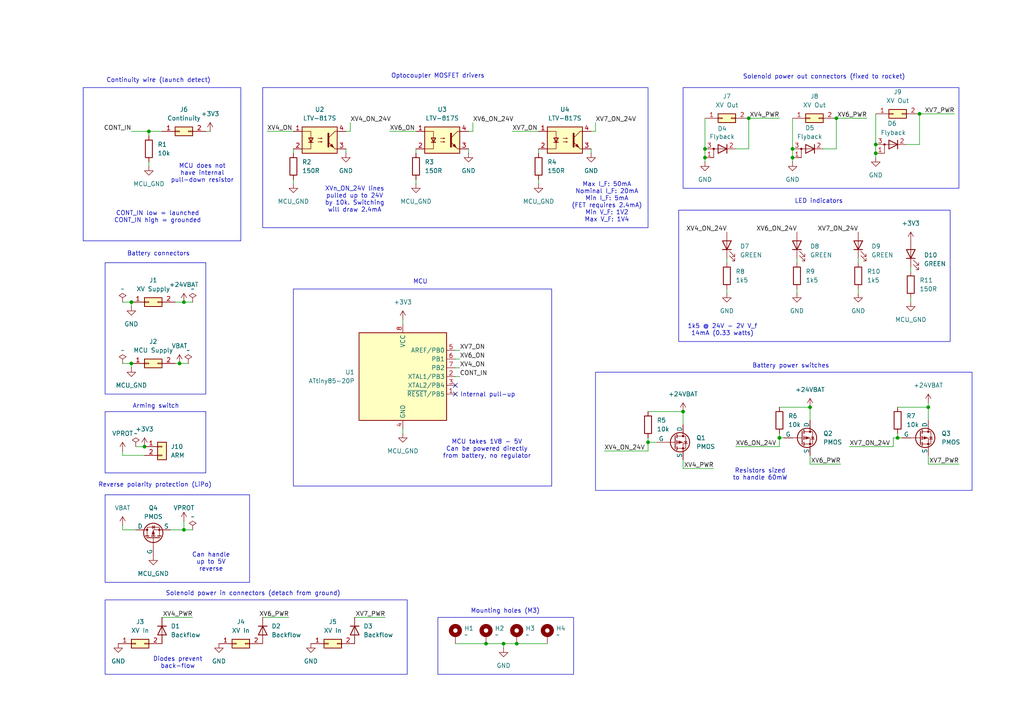
<source format=kicad_sch>
(kicad_sch (version 20231120) (generator "eeschema") (generator_version "8.0")
  (paper "A4")
  (title_block (title "Hybrid Valve Board") (date "2025-06-13") (rev "A") (company "Carleton University InSpace") (comment 1 "Matteo Golin"))
  (lib_symbols
    (symbol "Connector_Generic:Conn_01x02" (pin_names (offset 1.016) hide)
      (property "Reference" "J" (at 0 2.54 0))
      (property "Value" "Conn_01x02" (at 0 -5.08 0))
      (symbol "Conn_01x02_1_1"
        (rectangle (start -1.27 -2.413) (end 0 -2.667) (stroke (width 0.1524)))
        (rectangle (start -1.27 0.127) (end 0 -0.127) (stroke (width 0.1524)))
        (rectangle (start -1.27 1.27) (end 1.27 -3.81) (stroke (width 0.254)) (fill (type background)))
        (pin passive line (at -5.08 0 0) (length 3.81) (name "Pin_1") (number "1"))
        (pin passive line (at -5.08 -2.54 0) (length 3.81) (name "Pin_2") (number "2"))
      )
    )
    (symbol "Connector_Generic:Conn_02x01" (pin_names (offset 1.016) hide)
      (property "Reference" "J" (at 1.27 2.54 0))
      (property "Value" "Conn_02x01" (at 1.27 -2.54 0))
      (symbol "Conn_02x01_1_1"
        (rectangle (start -1.27 0.127) (end 0 -0.127) (stroke (width 0.1524)))
        (rectangle (start -1.27 1.27) (end 3.81 -1.27) (stroke (width 0.254)) (fill (type background)))
        (rectangle (start 3.81 0.127) (end 2.54 -0.127) (stroke (width 0.1524)))
        (pin passive line (at -5.08 0 0) (length 3.81) (name "Pin_1") (number "1"))
        (pin passive line (at 7.62 0 180) (length 3.81) (name "Pin_2") (number "2"))
      )
    )
    (symbol "D_KAA_1" (pin_names (offset 0) hide)
      (property "Reference" "D4" (at -1.016 -4.826 90))
      (property "Value" "Flyback" (at 1.27 -9.144 90))
      (symbol "D_KAA_1_0_1"
        (polyline (pts (xy -1.27 1.27) (xy -1.27 -1.27)) (stroke (width 0.254)))
        (polyline (pts (xy 1.27 1.27) (xy 1.27 -1.27) (xy -1.27 0) (xy 1.27 1.27)) (stroke (width 0.254)))
        (polyline (pts (xy 3.81 2.54) (xy 2.54 2.54) (xy 2.54 0) (xy -1.27 0)))
        (circle (center 2.54 0) (radius 0.254) (fill (type outline)))
      )
      (symbol "D_KAA_1_1_1"
        (pin passive line (at 5.08 2.54 180) (length 2.54) (name "A") (number "1"))
        (pin passive line (at -3.81 0 0) (length 2.54) (name "K") (number "2"))
        (pin passive line (at 5.08 0 180) (length 2.54) (name "A") (number "3"))
      )
    )
    (symbol "Device:D" (pin_numbers hide) (pin_names (offset 1.016) hide)
      (property "Reference" "D" (at 0 2.54 0))
      (property "Value" "D" (at 0 -2.54 0))
      (symbol "D_0_1"
        (polyline (pts (xy -1.27 1.27) (xy -1.27 -1.27)) (stroke (width 0.254)))
        (polyline (pts (xy 1.27 0) (xy -1.27 0)))
        (polyline (pts (xy 1.27 1.27) (xy 1.27 -1.27) (xy -1.27 0) (xy 1.27 1.27)) (stroke (width 0.254)))
      )
      (symbol "D_1_1"
        (pin passive line (at -3.81 0 0) (length 2.54) (name "K") (number "1"))
        (pin passive line (at 3.81 0 180) (length 2.54) (name "A") (number "2"))
      )
    )
    (symbol "Device:LED" (pin_numbers hide) (pin_names (offset 1.016) hide)
      (property "Reference" "D" (at 0 2.54 0))
      (property "Value" "LED" (at 0 -2.54 0))
      (symbol "LED_0_1"
        (polyline (pts (xy -1.27 -1.27) (xy -1.27 1.27)) (stroke (width 0.254)))
        (polyline (pts (xy -1.27 0) (xy 1.27 0)))
        (polyline (pts (xy 1.27 -1.27) (xy 1.27 1.27) (xy -1.27 0) (xy 1.27 -1.27)) (stroke (width 0.254)))
        (polyline (pts (xy -3.048 -0.762) (xy -4.572 -2.286) (xy -3.81 -2.286) (xy -4.572 -2.286) (xy -4.572 -1.524)))
        (polyline (pts (xy -1.778 -0.762) (xy -3.302 -2.286) (xy -2.54 -2.286) (xy -3.302 -2.286) (xy -3.302 -1.524)))
      )
      (symbol "LED_1_1"
        (pin passive line (at -3.81 0 0) (length 2.54) (name "K") (number "1"))
        (pin passive line (at 3.81 0 180) (length 2.54) (name "A") (number "2"))
      )
    )
    (symbol "Device:R" (pin_numbers hide) (pin_names (offset 0))
      (property "Reference" "R" (at 2.032 0 90))
      (property "Value" "R" (at 0 0 90))
      (symbol "R_0_1"
        (rectangle (start -1.016 -2.54) (end 1.016 2.54) (stroke (width 0.254)))
      )
      (symbol "R_1_1"
        (pin passive line (at 0 3.81 270) (length 1.27) (name "~") (number "1"))
        (pin passive line (at 0 -3.81 90) (length 1.27) (name "~") (number "2"))
      )
    )
    (symbol "Isolator:LTV-817S" (pin_names (offset 1.016))
      (property "Reference" "U" (at -3.81 5.08 0))
      (property "Value" "LTV-817S" (at 0 -5.08 0))
      (symbol "LTV-817S_1_1"
        (rectangle (start -5.08 3.81) (end 5.08 -3.81) (stroke (width 0.254)) (fill (type background)))
        (polyline (pts (xy -3.175 -0.635) (xy -1.905 -0.635)) (stroke (width 0.254)))
        (polyline (pts (xy 2.54 0.635) (xy 4.445 2.54)))
        (polyline (pts (xy 4.445 -2.54) (xy 2.54 -0.635)) (fill (type outline)))
        (polyline (pts (xy 4.445 -2.54) (xy 5.08 -2.54)))
        (polyline (pts (xy 4.445 2.54) (xy 5.08 2.54)))
        (polyline (pts (xy -5.08 2.54) (xy -2.54 2.54) (xy -2.54 -0.762)))
        (polyline (pts (xy -2.54 -0.635) (xy -2.54 -2.54) (xy -5.08 -2.54)))
        (polyline (pts (xy 2.54 1.905) (xy 2.54 -1.905) (xy 2.54 -1.905)) (stroke (width 0.508)))
        (polyline (pts (xy -2.54 -0.635) (xy -3.175 0.635) (xy -1.905 0.635) (xy -2.54 -0.635)) (stroke (width 0.254)))
        (polyline (pts (xy -0.508 -0.508) (xy 0.762 -0.508) (xy 0.381 -0.635) (xy 0.381 -0.381) (xy 0.762 -0.508)))
        (polyline (pts (xy -0.508 0.508) (xy 0.762 0.508) (xy 0.381 0.381) (xy 0.381 0.635) (xy 0.762 0.508)))
        (polyline (pts (xy 3.048 -1.651) (xy 3.556 -1.143) (xy 4.064 -2.159) (xy 3.048 -1.651) (xy 3.048 -1.651)) (fill (type outline)))
        (pin passive line (at -7.62 2.54 0) (length 2.54) (name "~") (number "1"))
        (pin passive line (at -7.62 -2.54 0) (length 2.54) (name "~") (number "2"))
        (pin passive line (at 7.62 -2.54 180) (length 2.54) (name "~") (number "3"))
        (pin passive line (at 7.62 2.54 180) (length 2.54) (name "~") (number "4"))
      )
    )
    (symbol "MCU_Microchip_ATtiny:ATtiny85-20P"
      (property "Reference" "U" (at -12.7 13.97 0))
      (property "Value" "ATtiny85-20P" (at 2.54 -13.97 0))
      (symbol "ATtiny85-20P_0_1"
        (rectangle (start -12.7 -12.7) (end 12.7 12.7) (stroke (width 0.254)) (fill (type background)))
      )
      (symbol "ATtiny85-20P_1_1"
        (pin bidirectional line (at 15.24 -5.08 180) (length 2.54) (name "~{RESET}/PB5") (number "1"))
        (pin bidirectional line (at 15.24 0 180) (length 2.54) (name "XTAL1/PB3") (number "2"))
        (pin bidirectional line (at 15.24 -2.54 180) (length 2.54) (name "XTAL2/PB4") (number "3"))
        (pin power_in line (at 0 -15.24 90) (length 2.54) (name "GND") (number "4"))
        (pin bidirectional line (at 15.24 7.62 180) (length 2.54) (name "AREF/PB0") (number "5"))
        (pin bidirectional line (at 15.24 5.08 180) (length 2.54) (name "PB1") (number "6"))
        (pin bidirectional line (at 15.24 2.54 180) (length 2.54) (name "PB2") (number "7"))
        (pin power_in line (at 0 15.24 270) (length 2.54) (name "VCC") (number "8"))
      )
    )
    (symbol "Mechanical:MountingHole_Pad" (pin_numbers hide) (pin_names (offset 1.016) hide) (exclude_from_sim yes) (in_bom no)
      (property "Reference" "H" (at 0 6.35 0))
      (property "Value" "MountingHole_Pad" (at 0 4.445 0))
      (symbol "MountingHole_Pad_0_1"
        (circle (center 0 1.27) (radius 1.27) (stroke (width 1.27)))
      )
      (symbol "MountingHole_Pad_1_1"
        (pin input line (at 0 -2.54 90) (length 2.54) (name "1") (number "1"))
      )
    )
    (symbol "PMOS_2" (pin_numbers hide) (pin_names (offset 0))
      (property "Reference" "Q3" (at 6.35 1.2701 0))
      (property "Value" "PMOS" (at 6.35 -1.2699 0))
      (symbol "PMOS_2_0_1"
        (polyline (pts (xy 0.254 0) (xy -2.54 0)))
        (polyline (pts (xy 0.254 1.905) (xy 0.254 -1.905)) (stroke (width 0.254)))
        (polyline (pts (xy 0.762 -1.27) (xy 0.762 -2.286)) (stroke (width 0.254)))
        (polyline (pts (xy 0.762 0.508) (xy 0.762 -0.508)) (stroke (width 0.254)))
        (polyline (pts (xy 0.762 2.286) (xy 0.762 1.27)) (stroke (width 0.254)))
        (polyline (pts (xy 2.54 2.54) (xy 2.54 1.778)))
        (polyline (pts (xy 2.54 -2.54) (xy 2.54 0) (xy 0.762 0)))
        (polyline (pts (xy 0.762 1.778) (xy 3.302 1.778) (xy 3.302 -1.778) (xy 0.762 -1.778)))
        (polyline (pts (xy 2.286 0) (xy 1.27 0.381) (xy 1.27 -0.381) (xy 2.286 0)) (fill (type outline)))
        (polyline (pts (xy 2.794 -0.508) (xy 2.921 -0.381) (xy 3.683 -0.381) (xy 3.81 -0.254)))
        (polyline (pts (xy 3.302 -0.381) (xy 2.921 0.254) (xy 3.683 0.254) (xy 3.302 -0.381)))
        (circle (center 1.651 0) (radius 2.794) (stroke (width 0.254)))
        (circle (center 2.54 -1.778) (radius 0.254) (fill (type outline)))
        (circle (center 2.54 1.778) (radius 0.254) (fill (type outline)))
      )
      (symbol "PMOS_2_1_1"
        (pin input line (at -5.08 0 0) (length 2.54) (name "G") (number "1"))
        (pin passive line (at 2.54 5.08 270) (length 2.54) (name "D") (number "2"))
        (pin passive line (at 2.54 -5.08 90) (length 2.54) (name "S") (number "3"))
      )
    )
    (symbol "Simulation_SPICE:PMOS" (pin_numbers hide) (pin_names (offset 0))
      (property "Reference" "Q4" (at 8.89 0 90))
      (property "Value" "PMOS" (at 6.35 0 90))
      (symbol "PMOS_0_1"
        (polyline (pts (xy 0.254 0) (xy -2.54 0)))
        (polyline (pts (xy 0.254 1.905) (xy 0.254 -1.905)) (stroke (width 0.254)))
        (polyline (pts (xy 0.762 -1.27) (xy 0.762 -2.286)) (stroke (width 0.254)))
        (polyline (pts (xy 0.762 0.508) (xy 0.762 -0.508)) (stroke (width 0.254)))
        (polyline (pts (xy 0.762 2.286) (xy 0.762 1.27)) (stroke (width 0.254)))
        (polyline (pts (xy 2.54 2.54) (xy 2.54 1.778)))
        (polyline (pts (xy 2.54 -2.54) (xy 2.54 0) (xy 0.762 0)))
        (polyline (pts (xy 0.762 1.778) (xy 3.302 1.778) (xy 3.302 -1.778) (xy 0.762 -1.778)))
        (polyline (pts (xy 2.286 0) (xy 1.27 0.381) (xy 1.27 -0.381) (xy 2.286 0)) (fill (type outline)))
        (polyline (pts (xy 2.794 -0.508) (xy 2.921 -0.381) (xy 3.683 -0.381) (xy 3.81 -0.254)))
        (polyline (pts (xy 3.302 -0.381) (xy 2.921 0.254) (xy 3.683 0.254) (xy 3.302 -0.381)))
        (circle (center 1.651 0) (radius 2.794) (stroke (width 0.254)))
        (circle (center 2.54 -1.778) (radius 0.254) (fill (type outline)))
        (circle (center 2.54 1.778) (radius 0.254) (fill (type outline)))
      )
      (symbol "PMOS_1_1"
        (pin input line (at -5.08 0 0) (length 2.54) (name "G") (number "1"))
        (pin passive line (at 2.54 -5.08 90) (length 2.54) (name "S") (number "2"))
        (pin passive line (at 2.54 5.08 270) (length 2.54) (name "D") (number "3"))
      )
    )
    (symbol "power:+3.3VA" (power) (pin_numbers hide) (pin_names (offset 0) hide)
      (property "Value" "+3.3VA" (at 0 3.556 0))
      (symbol "+3.3VA_0_1"
        (polyline (pts (xy -0.762 1.27) (xy 0 2.54)))
        (polyline (pts (xy 0 0) (xy 0 2.54)))
        (polyline (pts (xy 0 2.54) (xy 0.762 1.27)))
      )
      (symbol "+3.3VA_1_1"
        (pin power_in line (at 0 0 90) (length 0) (name "~") (number "1"))
      )
    )
    (symbol "power:+3V3" (power) (pin_numbers hide) (pin_names (offset 0) hide)
      (property "Value" "+3V3" (at 0 3.556 0))
      (symbol "+3V3_0_1"
        (polyline (pts (xy -0.762 1.27) (xy 0 2.54)))
        (polyline (pts (xy 0 0) (xy 0 2.54)))
        (polyline (pts (xy 0 2.54) (xy 0.762 1.27)))
      )
      (symbol "+3V3_1_1"
        (pin power_in line (at 0 0 90) (length 0) (name "~") (number "1"))
      )
    )
    (symbol "power:GND" (power) (pin_numbers hide) (pin_names (offset 0) hide)
      (property "Value" "GND" (at 0 -3.81 0))
      (symbol "GND_0_1"
        (polyline (pts (xy 0 0) (xy 0 -1.27) (xy 1.27 -1.27) (xy 0 -2.54) (xy -1.27 -1.27) (xy 0 -1.27)))
      )
      (symbol "GND_1_1"
        (pin power_in line (at 0 0 270) (length 0) (name "~") (number "1"))
      )
    )
    (symbol "power:PWR_FLAG" (power) (pin_numbers hide) (pin_names (offset 0) hide)
      (property "Value" "PWR_FLAG" (at 0 3.81 0))
      (symbol "PWR_FLAG_0_0"
        (pin power_out line (at 0 0 90) (length 0) (name "~") (number "1"))
      )
      (symbol "PWR_FLAG_0_1"
        (polyline (pts (xy 0 0) (xy 0 1.27) (xy -1.016 1.905) (xy 0 2.54) (xy 1.016 1.905) (xy 0 1.27)))
      )
    )
    (symbol "power:VBUS" (power) (pin_numbers hide) (pin_names (offset 0) hide)
      (property "Value" "VBUS" (at 0 3.556 0))
      (symbol "VBUS_0_1"
        (polyline (pts (xy -0.762 1.27) (xy 0 2.54)))
        (polyline (pts (xy 0 0) (xy 0 2.54)))
        (polyline (pts (xy 0 2.54) (xy 0.762 1.27)))
      )
      (symbol "VBUS_1_1"
        (pin power_in line (at 0 0 90) (length 0) (name "~") (number "1"))
      )
    )
  )
  (junction (at 254 44.45))
  (junction (at 52.07 105.41))
  (junction (at 53.34 153.67))
  (junction (at 204.47 43.18))
  (junction (at 140.97 186.69))
  (junction (at 242.57 34.29))
  (junction (at 38.1 87.63))
  (junction (at 260.35 127))
  (junction (at 38.1 105.41))
  (junction (at 269.24 118.11))
  (junction (at 149.86 186.69))
  (junction (at 229.87 43.18))
  (junction (at 53.34 87.63))
  (junction (at 226.06 127))
  (junction (at 204.47 45.72))
  (junction (at 229.87 45.72))
  (junction (at 41.91 129.54))
  (junction (at 234.95 118.11))
  (junction (at 254 41.91))
  (junction (at 266.7 33.02))
  (junction (at 217.17 34.29))
  (junction (at 187.96 128.27))
  (junction (at 43.18 38.1))
  (junction (at 146.05 186.69))
  (junction (at 198.12 119.38))
  (no_connect (at 132.08 114.3))
  (no_connect (at 132.08 111.76))
  (wire (pts (xy 135.89 43.18) (xy 135.89 44.45)))
  (wire (pts (xy 213.36 43.18) (xy 217.17 43.18)))
  (wire (pts (xy 35.56 132.08) (xy 35.56 130.81)))
  (wire (pts (xy 171.45 44.45) (xy 171.45 43.18)))
  (wire (pts (xy 254 41.91) (xy 254 44.45)))
  (wire (pts (xy 207.01 135.89) (xy 198.12 135.89)))
  (wire (pts (xy 39.37 129.54) (xy 41.91 129.54)))
  (wire (pts (xy 133.35 101.6) (xy 132.08 101.6)))
  (wire (pts (xy 229.87 34.29) (xy 229.87 43.18)))
  (wire (pts (xy 43.18 46.99) (xy 43.18 48.26)))
  (wire (pts (xy 53.34 153.67) (xy 55.88 153.67)))
  (wire (pts (xy 101.6 35.56) (xy 101.6 38.1)))
  (wire (pts (xy 148.59 38.1) (xy 156.21 38.1)))
  (wire (pts (xy 35.56 105.41) (xy 38.1 105.41)))
  (wire (pts (xy 234.95 118.11) (xy 234.95 121.92)))
  (wire (pts (xy 120.65 43.18) (xy 120.65 44.45)))
  (wire (pts (xy 210.82 85.09) (xy 210.82 83.82)))
  (wire (pts (xy 140.97 186.69) (xy 146.05 186.69)))
  (wire (pts (xy 231.14 85.09) (xy 231.14 83.82)))
  (wire (pts (xy 278.13 134.62) (xy 269.24 134.62)))
  (wire (pts (xy 156.21 43.18) (xy 156.21 44.45)))
  (wire (pts (xy 43.18 39.37) (xy 43.18 38.1)))
  (wire (pts (xy 217.17 34.29) (xy 217.17 43.18)))
  (wire (pts (xy 116.84 93.98) (xy 116.84 92.71)))
  (wire (pts (xy 259.08 127) (xy 260.35 127)))
  (wire (pts (xy 137.16 38.1) (xy 137.16 35.56)))
  (wire (pts (xy 238.76 43.18) (xy 242.57 43.18)))
  (wire (pts (xy 101.6 38.1) (xy 100.33 38.1)))
  (wire (pts (xy 53.34 153.67) (xy 49.53 153.67)))
  (wire (pts (xy 217.17 34.29) (xy 226.06 34.29)))
  (wire (pts (xy 269.24 134.62) (xy 269.24 132.08)))
  (wire (pts (xy 226.06 129.54) (xy 226.06 127)))
  (wire (pts (xy 231.14 74.93) (xy 231.14 76.2)))
  (wire (pts (xy 83.82 179.07) (xy 76.2 179.07)))
  (wire (pts (xy 172.72 35.56) (xy 172.72 38.1)))
  (wire (pts (xy 43.18 38.1) (xy 46.99 38.1)))
  (wire (pts (xy 204.47 43.18) (xy 204.47 45.72)))
  (wire (pts (xy 242.57 43.18) (xy 242.57 34.29)))
  (wire (pts (xy 254 33.02) (xy 254 41.91)))
  (wire (pts (xy 77.47 38.1) (xy 85.09 38.1)))
  (wire (pts (xy 120.65 52.07) (xy 120.65 53.34)))
  (wire (pts (xy 111.76 179.07) (xy 102.87 179.07)))
  (wire (pts (xy 156.21 52.07) (xy 156.21 53.34)))
  (wire (pts (xy 187.96 128.27) (xy 190.5 128.27)))
  (wire (pts (xy 133.35 109.22) (xy 132.08 109.22)))
  (wire (pts (xy 243.84 134.62) (xy 234.95 134.62)))
  (wire (pts (xy 198.12 135.89) (xy 198.12 133.35)))
  (wire (pts (xy 175.26 130.81) (xy 187.96 130.81)))
  (wire (pts (xy 260.35 125.73) (xy 260.35 127)))
  (wire (pts (xy 248.92 85.09) (xy 248.92 83.82)))
  (wire (pts (xy 35.56 153.67) (xy 39.37 153.67)))
  (wire (pts (xy 264.16 87.63) (xy 264.16 86.36)))
  (wire (pts (xy 132.08 186.69) (xy 140.97 186.69)))
  (wire (pts (xy 55.88 87.63) (xy 53.34 87.63)))
  (wire (pts (xy 38.1 88.9) (xy 38.1 87.63)))
  (wire (pts (xy 50.8 87.63) (xy 53.34 87.63)))
  (wire (pts (xy 266.7 33.02) (xy 276.86 33.02)))
  (wire (pts (xy 254 44.45) (xy 254 45.72)))
  (wire (pts (xy 60.96 38.1) (xy 59.69 38.1)))
  (wire (pts (xy 53.34 151.13) (xy 53.34 153.67)))
  (wire (pts (xy 133.35 106.68) (xy 132.08 106.68)))
  (wire (pts (xy 55.88 179.07) (xy 46.99 179.07)))
  (wire (pts (xy 113.03 38.1) (xy 120.65 38.1)))
  (wire (pts (xy 187.96 130.81) (xy 187.96 128.27)))
  (wire (pts (xy 35.56 87.63) (xy 38.1 87.63)))
  (wire (pts (xy 146.05 186.69) (xy 146.05 187.96)))
  (wire (pts (xy 198.12 119.38) (xy 198.12 123.19)))
  (wire (pts (xy 226.06 127) (xy 227.33 127)))
  (wire (pts (xy 52.07 105.41) (xy 50.8 105.41)))
  (wire (pts (xy 234.95 134.62) (xy 234.95 132.08)))
  (wire (pts (xy 226.06 125.73) (xy 226.06 127)))
  (wire (pts (xy 38.1 38.1) (xy 43.18 38.1)))
  (wire (pts (xy 269.24 118.11) (xy 269.24 121.92)))
  (wire (pts (xy 229.87 45.72) (xy 229.87 46.99)))
  (wire (pts (xy 137.16 38.1) (xy 135.89 38.1)))
  (wire (pts (xy 229.87 43.18) (xy 229.87 45.72)))
  (wire (pts (xy 264.16 77.47) (xy 264.16 78.74)))
  (wire (pts (xy 35.56 152.4) (xy 35.56 153.67)))
  (wire (pts (xy 85.09 52.07) (xy 85.09 53.34)))
  (wire (pts (xy 85.09 43.18) (xy 85.09 44.45)))
  (wire (pts (xy 187.96 127) (xy 187.96 128.27)))
  (wire (pts (xy 269.24 116.84) (xy 269.24 118.11)))
  (wire (pts (xy 204.47 34.29) (xy 204.47 43.18)))
  (wire (pts (xy 226.06 118.11) (xy 234.95 118.11)))
  (wire (pts (xy 52.07 105.41) (xy 54.61 105.41)))
  (wire (pts (xy 213.36 129.54) (xy 226.06 129.54)))
  (wire (pts (xy 260.35 127) (xy 261.62 127)))
  (wire (pts (xy 146.05 186.69) (xy 149.86 186.69)))
  (wire (pts (xy 116.84 125.73) (xy 116.84 124.46)))
  (wire (pts (xy 172.72 38.1) (xy 171.45 38.1)))
  (wire (pts (xy 259.08 129.54) (xy 259.08 127)))
  (wire (pts (xy 38.1 106.68) (xy 38.1 105.41)))
  (wire (pts (xy 149.86 186.69) (xy 158.75 186.69)))
  (wire (pts (xy 246.38 129.54) (xy 259.08 129.54)))
  (wire (pts (xy 133.35 104.14) (xy 132.08 104.14)))
  (wire (pts (xy 35.56 132.08) (xy 41.91 132.08)))
  (wire (pts (xy 262.89 41.91) (xy 266.7 41.91)))
  (wire (pts (xy 242.57 34.29) (xy 251.46 34.29)))
  (wire (pts (xy 187.96 119.38) (xy 198.12 119.38)))
  (wire (pts (xy 100.33 44.45) (xy 100.33 43.18)))
  (wire (pts (xy 204.47 45.72) (xy 204.47 46.99)))
  (wire (pts (xy 210.82 74.93) (xy 210.82 76.2)))
  (wire (pts (xy 266.7 41.91) (xy 266.7 33.02)))
  (wire (pts (xy 248.92 74.93) (xy 248.92 76.2)))
  (wire (pts (xy 260.35 118.11) (xy 269.24 118.11)))
  (rectangle (start 30.48 76.2) (end 59.69 114.3))
  (rectangle (start 172.72 107.95) (end 281.94 142.24))
  (rectangle (start 198.12 25.4) (end 278.13 54.61))
  (rectangle (start 196.85 60.96) (end 275.59 99.06))
  (rectangle (start 24.13 25.4) (end 69.85 69.85))
  (rectangle (start 127 179.07) (end 166.37 195.58))
  (rectangle (start 85.09 83.82) (end 160.02 140.97))
  (rectangle (start 30.48 119.38) (end 59.69 137.16))
  (rectangle (start 30.48 143.51) (end 72.39 168.91))
  (rectangle (start 30.48 173.99) (end 118.11 195.58))
  (rectangle (start 76.2 25.4) (end 187.96 66.04))
  (text "Mounting holes (M3)" (at 146.558 177.292 0) (effects (font (size 1.27 1.27))))
  (text "XVn_ON_24V lines\npulled up to 24V\nby 10k. Switching\nwill draw 2.4mA" (at 102.87 57.912 0) (effects (font (size 1.27 1.27))))
  (text "Arming switch" (at 45.212 117.856 0) (effects (font (size 1.27 1.27))))
  (text "Resistors sized\nto handle 60mW" (at 220.472 137.668 0) (effects (font (size 1.27 1.27))))
  (text "Diodes prevent\nback-flow" (at 51.562 192.278 0) (effects (font (size 1.27 1.27))))
  (text "Reverse polarity protection (LiPo)" (at 44.958 140.716 0) (effects (font (size 1.27 1.27))))
  (text "Continuity wire (launch detect)" (at 45.974 23.368 0) (effects (font (size 1.27 1.27))))
  (text "Battery connectors" (at 45.974 73.66 0) (effects (font (size 1.27 1.27))))
  (text "Optocoupler MOSFET drivers" (at 127 22.098 0) (effects (font (size 1.27 1.27))))
  (text "MCU" (at 121.92 81.788 0) (effects (font (size 1.27 1.27))))
  (text "Solenoid power in connectors (detach from ground)" (at 73.406 172.212 0) (effects (font (size 1.27 1.27))))
  (text "MCU takes 1V8 - 5V\nCan be powered directly\nfrom battery, no regulator" (at 141.224 130.302 0) (effects (font (size 1.27 1.27))))
  (text "Can handle\nup to 5V\nreverse" (at 61.214 163.068 0) (effects (font (size 1.27 1.27))))
  (text "Max I_F: 50mA\nNominal I_F: 20mA\nMin I_F: 5mA\n(FET requires 2.4mA)\nMin V_F: 1V2\nMax V_F: 1V4" (at 176.022 58.674 0) (effects (font (size 1.27 1.27))))
  (text "Solenoid power out connectors (fixed to rocket)" (at 239.014 22.352 0) (effects (font (size 1.27 1.27))))
  (text "MCU does not\nhave internal\npull-down resistor" (at 58.674 50.292 0) (effects (font (size 1.27 1.27))))
  (text "LED indicators" (at 237.49 58.42 0) (effects (font (size 1.27 1.27))))
  (text "Battery power switches" (at 229.362 106.172 0) (effects (font (size 1.27 1.27))))
  (text "1k5 @ 24V - 2V V_f\n14mA (0.33 watts)" (at 209.55 95.758 0) (effects (font (size 1.27 1.27))))
  (text "CONT_IN low = launched\nCONT_IN high = grounded" (at 45.72 62.992 0) (effects (font (size 1.27 1.27))))
  (text "Internal pull-up" (at 141.478 114.554 0) (effects (font (size 1.27 1.27))))
  (label "XV7_ON" (at 133.35 101.6 0))
  (label "XV7_ON_24V" (at 246.38 129.54 0))
  (label "CONT_IN" (at 38.1 38.1 180))
  (label "XV4_ON_24V" (at 210.82 67.31 180))
  (label "XV6_ON_24V" (at 137.16 35.56 0))
  (label "XV6_PWR" (at 83.82 179.07 180))
  (label "XV6_PWR" (at 243.84 134.62 180))
  (label "XV6_ON" (at 133.35 104.14 0))
  (label "XV7_PWR" (at 111.76 179.07 180))
  (label "XV6_ON" (at 113.03 38.1 0))
  (label "XV7_PWR" (at 278.13 134.62 180))
  (label "XV6_ON_24V" (at 231.14 67.31 180))
  (label "XV7_ON" (at 148.59 38.1 0))
  (label "XV6_PWR" (at 251.46 34.29 180))
  (label "XV4_ON_24V" (at 101.6 35.56 0))
  (label "XV7_ON_24V" (at 172.72 35.56 0))
  (label "XV4_PWR" (at 55.88 179.07 180))
  (label "XV6_ON_24V" (at 213.36 129.54 0))
  (label "XV4_ON" (at 133.35 106.68 0))
  (label "XV4_ON_24V" (at 175.26 130.81 0))
  (label "XV4_PWR" (at 207.01 135.89 180))
  (label "XV4_PWR" (at 226.06 34.29 180))
  (label "XV7_PWR" (at 276.86 33.02 180))
  (label "XV4_ON" (at 77.47 38.1 0))
  (label "CONT_IN" (at 133.35 109.22 0))
  (label "XV7_ON_24V" (at 248.92 67.31 180))
  (symbol (lib_id "power:GND") (at 146.05 187.96 0) (unit 1)
    (property "Reference" "#PWR027" (effects (hide yes)))
    (property "Value" "GND" (at 146.05 193.04 0))
    (property "Description" "Power symbol creates a global label with name \"GND\" , ground" (effects (hide yes)))
  )
  (symbol (lib_name "D_KAA_1") (lib_id "Device:D_KAA") (at 209.55 43.18 180) (unit 1)
    (property "Reference" "D4" (at 210.82 37.338 0) (effects (justify left)))
    (property "Value" "Flyback" (at 213.106 39.624 0) (effects (justify left)))
    (property "Footprint" "Package_TO_SOT_SMD:TO-263-2" (effects (hide yes)))
    (property "Datasheet" "https://fscdn.rohm.com/en/products/databook/datasheet/discrete/diode/fast_recovery/rfn10ns4s.pdf" (effects (hide yes)))
    (property "Description" "Diode, anode on pins 2 and 3" (effects (hide yes)))
    (property "MPN" "RFN10NS4STL" (effects (hide yes)))
  )
  (symbol (lib_id "power:GND") (at 254 45.72 0) (unit 1)
    (property "Reference" "#PWR024" (effects (hide yes)))
    (property "Value" "GND" (at 254 50.8 0))
    (property "Description" "Power symbol creates a global label with name \"GND\" , ground" (effects (hide yes)))
  )
  (symbol (lib_name "PMOS_2") (lib_id "Simulation_SPICE:PMOS") (at 195.58 128.27 0) (unit 1)
    (property "Reference" "Q1" (at 201.93 126.9999 0) (effects (justify left)))
    (property "Value" "PMOS" (at 201.93 129.5399 0) (effects (justify left)))
    (property "Footprint" "Package_TO_SOT_SMD:TO-252-2" (effects (hide yes)))
    (property "Datasheet" "https://www.onsemi.com/PowerSolutions/product.do?id=FQD5P20TM" (effects (hide yes)))
    (property "Description" "P-MOSFET transistor, drain/source/gate" (effects (hide yes)))
    (property "Sim.Device" "PMOS" (effects (hide yes)))
    (property "Sim.Type" "VDMOS" (effects (hide yes)))
    (property "Sim.Pins" "1=D 2=G 3=S" (effects (hide yes)))
    (property "MPN" "FQD5P20TM " (effects (hide yes)))
  )
  (symbol (lib_id "power:+3.3VA") (at 52.07 105.41 0) (unit 1)
    (property "Reference" "#PWR030" (effects (hide yes)))
    (property "Value" "VBAT" (at 52.07 100.33 0))
    (property "Description" "Power symbol creates a global label with name \"+3.3VA\"" (effects (hide yes)))
  )
  (symbol (lib_id "Mechanical:MountingHole_Pad") (at 132.08 184.15 0) (unit 1) (exclude_from_sim yes) (in_bom no)
    (property "Reference" "H1" (at 134.62 182.2449 0) (effects (justify left)))
    (property "Value" "~" (at 134.62 184.15 0) (effects (justify left)))
    (property "Footprint" "MountingHole:MountingHole_3.2mm_M3_DIN965_Pad" (effects (hide yes)))
    (property "Description" "Mounting Hole with connection" (effects (hide yes)))
  )
  (symbol (lib_id "Connector_Generic:Conn_01x02") (at 46.99 129.54 0) (unit 1)
    (property "Reference" "J10" (at 49.53 129.5399 0) (effects (justify left)))
    (property "Value" "ARM" (at 49.53 132.0799 0) (effects (justify left)))
    (property "Footprint" "MiniFitJR:1726480102" (effects (hide yes)))
    (property "Description" "Generic connector, single row, 01x02, script generated (kicad-library-utils/schlib/autogen/connector/)" (effects (hide yes)))
    (property "MPN" "172648-0102" (effects (hide yes)))
  )
  (symbol (lib_id "Mechanical:MountingHole_Pad") (at 158.75 184.15 0) (unit 1) (exclude_from_sim yes) (in_bom no)
    (property "Reference" "H4" (at 161.29 182.2449 0) (effects (justify left)))
    (property "Value" "~" (at 161.29 184.15 0) (effects (justify left)))
    (property "Footprint" "MountingHole:MountingHole_3.2mm_M3_DIN965_Pad" (effects (hide yes)))
    (property "Description" "Mounting Hole with connection" (effects (hide yes)))
  )
  (symbol (lib_id "Device:LED") (at 210.82 71.12 90) (unit 1)
    (property "Reference" "D7" (at 214.63 71.4374 90) (effects (justify right)))
    (property "Value" "GREEN" (at 214.63 73.9774 90) (effects (justify right)))
    (property "Footprint" "LED_SMD:LED_0805_2012Metric_Pad1.15x1.40mm_HandSolder" (effects (hide yes)))
    (property "Datasheet" "https://www.mouser.ca/datasheet/2/678/AV02_0551EN_DS_HSMx_Cxxx_25Mar2022-1827675.pdf" (effects (hide yes)))
    (property "Description" "Light emitting diode" (effects (hide yes)))
    (property "MPN" "HSMG-C170" (effects (hide yes)))
  )
  (symbol (lib_id "Connector_Generic:Conn_02x01") (at 259.08 33.02 0) (unit 1)
    (property "Reference" "J9" (at 260.35 26.67 0))
    (property "Value" "XV Out" (at 260.35 29.21 0))
    (property "Footprint" "MiniFitJR:1726480102" (effects (hide yes)))
    (property "Description" "Generic connector, double row, 02x01, this symbol is compatible with counter-clockwise, top-bottom and odd-even numbering schemes., script generated (kicad-library-utils/schlib/autogen/connector/)" (effects (hide yes)))
    (property "MPN" "172648-0102" (effects (hide yes)))
  )
  (symbol (lib_id "Connector_Generic:Conn_02x01") (at 68.58 186.69 0) (unit 1)
    (property "Reference" "J4" (at 69.85 180.34 0))
    (property "Value" "XV In" (at 69.85 182.88 0))
    (property "Footprint" "MiniFitJR:1726480102" (effects (hide yes)))
    (property "Description" "Generic connector, double row, 02x01, this symbol is compatible with counter-clockwise, top-bottom and odd-even numbering schemes., script generated (kicad-library-utils/schlib/autogen/connector/)" (effects (hide yes)))
    (property "MPN" "172648-0102" (effects (hide yes)))
  )
  (symbol (lib_id "Mechanical:MountingHole_Pad") (at 149.86 184.15 0) (unit 1) (exclude_from_sim yes) (in_bom no)
    (property "Reference" "H3" (at 152.4 182.2449 0) (effects (justify left)))
    (property "Value" "~" (at 152.4 184.15 0) (effects (justify left)))
    (property "Footprint" "MountingHole:MountingHole_3.2mm_M3_DIN965_Pad" (effects (hide yes)))
    (property "Description" "Mounting Hole with connection" (effects (hide yes)))
  )
  (symbol (lib_id "power:+3V3") (at 264.16 69.85 0) (unit 1)
    (property "Reference" "#PWR034" (effects (hide yes)))
    (property "Value" "+3V3" (at 264.16 64.77 0))
    (property "Description" "Power symbol creates a global label with name \"+3V3\"" (effects (hide yes)))
  )
  (symbol (lib_name "D_KAA_1") (lib_id "Device:D_KAA") (at 234.95 43.18 180) (unit 1)
    (property "Reference" "D5" (at 236.22 37.084 0) (effects (justify left)))
    (property "Value" "Flyback" (at 238.506 39.624 0) (effects (justify left)))
    (property "Footprint" "Package_TO_SOT_SMD:TO-263-2" (effects (hide yes)))
    (property "Datasheet" "https://fscdn.rohm.com/en/products/databook/datasheet/discrete/diode/fast_recovery/rfn10ns4s.pdf" (effects (hide yes)))
    (property "Description" "Diode, anode on pins 2 and 3" (effects (hide yes)))
    (property "MPN" "RFN10NS4STL" (effects (hide yes)))
  )
  (symbol (lib_id "power:PWR_FLAG") (at 54.61 105.41 0) (unit 1)
    (property "Reference" "#FLG05" (effects (hide yes)))
    (property "Value" "~" (at 54.61 101.6 0))
    (property "Description" "Special symbol for telling ERC where power comes from" (effects (hide yes)))
  )
  (symbol (lib_id "Device:LED") (at 248.92 71.12 90) (unit 1)
    (property "Reference" "D9" (at 252.73 71.4374 90) (effects (justify right)))
    (property "Value" "GREEN" (at 252.73 73.9774 90) (effects (justify right)))
    (property "Footprint" "LED_SMD:LED_0805_2012Metric_Pad1.15x1.40mm_HandSolder" (effects (hide yes)))
    (property "Datasheet" "https://www.mouser.ca/datasheet/2/678/AV02_0551EN_DS_HSMx_Cxxx_25Mar2022-1827675.pdf" (effects (hide yes)))
    (property "Description" "Light emitting diode" (effects (hide yes)))
    (property "MPN" "HSMG-C170" (effects (hide yes)))
  )
  (symbol (lib_id "power:GND") (at 135.89 44.45 0) (unit 1)
    (property "Reference" "#PWR015" (effects (hide yes)))
    (property "Value" "GND" (at 135.89 49.53 0))
    (property "Description" "Power symbol creates a global label with name \"GND\" , ground" (effects (hide yes)))
  )
  (symbol (lib_id "power:GND") (at 231.14 85.09 0) (unit 1)
    (property "Reference" "#PWR025" (effects (hide yes)))
    (property "Value" "GND" (at 231.14 90.17 0))
    (property "Description" "Power symbol creates a global label with name \"GND\" , ground" (effects (hide yes)))
  )
  (symbol (lib_id "power:GND") (at 156.21 53.34 0) (unit 1)
    (property "Reference" "#PWR016" (effects (hide yes)))
    (property "Value" "MCU_GND" (at 156.21 58.42 0))
    (property "Description" "Power symbol creates a global label with name \"GND\" , ground" (effects (hide yes)))
  )
  (symbol (lib_id "Device:D") (at 102.87 182.88 270) (unit 1)
    (property "Reference" "D3" (at 105.41 181.6099 90) (effects (justify left)))
    (property "Value" "Backflow" (at 105.41 184.1499 90) (effects (justify left)))
    (property "Footprint" "Diode_SMD:D_SOD-128" (effects (hide yes)))
    (property "Datasheet" "https://fscdn.rohm.com/en/products/databook/datasheet/discrete/diode/fast_recovery/rf201lam4s-e.pdf" (effects (hide yes)))
    (property "Description" "Diode" (effects (hide yes)))
    (property "Sim.Device" "D" (effects (hide yes)))
    (property "Sim.Pins" "1=K 2=A" (effects (hide yes)))
    (property "MPN" "RBR3LAM60BTR" (effects (hide yes)))
  )
  (symbol (lib_id "power:GND") (at 90.17 186.69 0) (unit 1)
    (property "Reference" "#PWR08" (effects (hide yes)))
    (property "Value" "GND" (at 90.17 191.77 0))
    (property "Description" "Power symbol creates a global label with name \"GND\" , ground" (effects (hide yes)))
  )
  (symbol (lib_id "Device:R") (at 260.35 121.92 0) (unit 1)
    (property "Reference" "R7" (at 262.89 120.6499 0) (effects (justify left)))
    (property "Value" "10k" (at 262.89 123.1899 0) (effects (justify left)))
    (property "Footprint" "Resistor_SMD:R_0805_2012Metric_Pad1.20x1.40mm_HandSolder" (effects (hide yes)))
    (property "Datasheet" "https://www.vishay.com/doc?20035" (effects (hide yes)))
    (property "Description" "Resistor" (effects (hide yes)))
    (property "MPN" "CRCW080510K0FKEA" (effects (hide yes)))
  )
  (symbol (lib_id "Connector_Generic:Conn_02x01") (at 209.55 34.29 0) (unit 1)
    (property "Reference" "J7" (at 210.82 27.94 0))
    (property "Value" "XV Out" (at 210.82 30.48 0))
    (property "Footprint" "MiniFitJR:1726480102" (effects (hide yes)))
    (property "Description" "Generic connector, double row, 02x01, this symbol is compatible with counter-clockwise, top-bottom and odd-even numbering schemes., script generated (kicad-library-utils/schlib/autogen/connector/)" (effects (hide yes)))
    (property "MPN" "172648-0102" (effects (hide yes)))
  )
  (symbol (lib_id "power:GND") (at 100.33 44.45 0) (unit 1)
    (property "Reference" "#PWR017" (effects (hide yes)))
    (property "Value" "GND" (at 100.33 49.53 0))
    (property "Description" "Power symbol creates a global label with name \"GND\" , ground" (effects (hide yes)))
  )
  (symbol (lib_id "power:GND") (at 63.5 186.69 0) (unit 1)
    (property "Reference" "#PWR06" (effects (hide yes)))
    (property "Value" "GND" (at 63.5 191.77 0))
    (property "Description" "Power symbol creates a global label with name \"GND\" , ground" (effects (hide yes)))
  )
  (symbol (lib_id "Device:R") (at 156.21 48.26 0) (unit 1)
    (property "Reference" "R4" (at 158.75 46.9899 0) (effects (justify left)))
    (property "Value" "150R" (at 158.75 49.5299 0) (effects (justify left)))
    (property "Footprint" "Resistor_SMD:R_0805_2012Metric_Pad1.20x1.40mm_HandSolder" (effects (hide yes)))
    (property "Datasheet" "https://www.koaspeer.com/pdfs/RK73B.pdf" (effects (hide yes)))
    (property "Description" "Resistor" (effects (hide yes)))
    (property "MPN" "RK73B2ATTDD151J " (effects (hide yes)))
  )
  (symbol (lib_id "power:GND") (at 171.45 44.45 0) (unit 1)
    (property "Reference" "#PWR010" (effects (hide yes)))
    (property "Value" "GND" (at 171.45 49.53 0))
    (property "Description" "Power symbol creates a global label with name \"GND\" , ground" (effects (hide yes)))
  )
  (symbol (lib_id "Device:R") (at 85.09 48.26 0) (unit 1)
    (property "Reference" "R2" (at 87.63 46.9899 0) (effects (justify left)))
    (property "Value" "150R" (at 87.63 49.5299 0) (effects (justify left)))
    (property "Footprint" "Resistor_SMD:R_0805_2012Metric_Pad1.20x1.40mm_HandSolder" (effects (hide yes)))
    (property "Datasheet" "https://www.koaspeer.com/pdfs/RK73B.pdf" (effects (hide yes)))
    (property "Description" "Resistor" (effects (hide yes)))
    (property "MPN" "RK73B2ATTDD151J " (effects (hide yes)))
  )
  (symbol (lib_id "Device:D") (at 76.2 182.88 270) (unit 1)
    (property "Reference" "D2" (at 78.74 181.6099 90) (effects (justify left)))
    (property "Value" "Backflow" (at 78.74 184.1499 90) (effects (justify left)))
    (property "Footprint" "Diode_SMD:D_SOD-128" (effects (hide yes)))
    (property "Datasheet" "https://fscdn.rohm.com/en/products/databook/datasheet/discrete/diode/fast_recovery/rf201lam4s-e.pdf" (effects (hide yes)))
    (property "Description" "Diode" (effects (hide yes)))
    (property "Sim.Device" "D" (effects (hide yes)))
    (property "Sim.Pins" "1=K 2=A" (effects (hide yes)))
    (property "MPN" "RBR3LAM60BTR" (effects (hide yes)))
  )
  (symbol (lib_id "power:VBUS") (at 198.12 119.38 0) (unit 1)
    (property "Reference" "#PWR019" (effects (hide yes)))
    (property "Value" "+24VBAT" (at 198.12 114.3 0))
    (property "Description" "Power symbol creates a global label with name \"VBUS\"" (effects (hide yes)))
  )
  (symbol (lib_id "Device:D") (at 46.99 182.88 270) (unit 1)
    (property "Reference" "D1" (at 49.53 181.6099 90) (effects (justify left)))
    (property "Value" "Backflow" (at 49.53 184.1499 90) (effects (justify left)))
    (property "Footprint" "Diode_SMD:D_SOD-128" (effects (hide yes)))
    (property "Datasheet" "https://fscdn.rohm.com/en/products/databook/datasheet/discrete/diode/fast_recovery/rf201lam4s-e.pdf" (effects (hide yes)))
    (property "Description" "Diode" (effects (hide yes)))
    (property "Sim.Device" "D" (effects (hide yes)))
    (property "Sim.Pins" "1=K 2=A" (effects (hide yes)))
    (property "MPN" "RBR3LAM60BTR" (effects (hide yes)))
  )
  (symbol (lib_id "power:+3V3") (at 116.84 92.71 0) (unit 1)
    (property "Reference" "#PWR012" (effects (hide yes)))
    (property "Value" "+3V3" (at 116.84 87.63 0))
    (property "Description" "Power symbol creates a global label with name \"+3V3\"" (effects (hide yes)))
  )
  (symbol (lib_id "Device:R") (at 43.18 43.18 0) (unit 1)
    (property "Reference" "R1" (at 45.72 41.9099 0) (effects (justify left)))
    (property "Value" "10k" (at 45.72 44.4499 0) (effects (justify left)))
    (property "Footprint" "Resistor_SMD:R_0805_2012Metric_Pad1.20x1.40mm_HandSolder" (effects (hide yes)))
    (property "Datasheet" "https://www.vishay.com/doc?20035" (effects (hide yes)))
    (property "Description" "Resistor" (effects (hide yes)))
    (property "MPN" "CRCW080510K0FKEA" (effects (hide yes)))
  )
  (symbol (lib_id "Simulation_SPICE:PMOS") (at 44.45 156.21 90) (unit 1)
    (property "Reference" "Q4" (at 44.45 147.32 90))
    (property "Value" "PMOS" (at 44.45 149.86 90))
    (property "Footprint" "Package_TO_SOT_SMD:SOT-23-3" (effects (hide yes)))
    (property "Datasheet" "https://www.vishay.com/doc?67690" (effects (hide yes)))
    (property "Description" "P-MOSFET transistor, drain/source/gate" (effects (hide yes)))
    (property "Sim.Device" "PMOS" (effects (hide yes)))
    (property "Sim.Type" "VDMOS" (effects (hide yes)))
    (property "Sim.Pins" "1=D 2=G 3=S" (effects (hide yes)))
    (property "MPN" "SI2329DS-T1-GE3" (effects (hide yes)))
  )
  (symbol (lib_id "Mechanical:MountingHole_Pad") (at 140.97 184.15 0) (unit 1) (exclude_from_sim yes) (in_bom no)
    (property "Reference" "H2" (at 143.51 182.2449 0) (effects (justify left)))
    (property "Value" "~" (at 143.51 184.15 0) (effects (justify left)))
    (property "Footprint" "MountingHole:MountingHole_3.2mm_M3_DIN965_Pad" (effects (hide yes)))
    (property "Description" "Mounting Hole with connection" (effects (hide yes)))
  )
  (symbol (lib_id "power:GND") (at 34.29 186.69 0) (unit 1)
    (property "Reference" "#PWR032" (effects (hide yes)))
    (property "Value" "GND" (at 34.29 191.77 0))
    (property "Description" "Power symbol creates a global label with name \"GND\" , ground" (effects (hide yes)))
  )
  (symbol (lib_id "power:PWR_FLAG") (at 35.56 87.63 0) (unit 1)
    (property "Reference" "#FLG02" (effects (hide yes)))
    (property "Value" "~" (at 35.56 83.82 0))
    (property "Description" "Special symbol for telling ERC where power comes from" (effects (hide yes)))
  )
  (symbol (lib_id "Device:LED") (at 264.16 73.66 90) (unit 1)
    (property "Reference" "D10" (at 267.97 73.9774 90) (effects (justify right)))
    (property "Value" "GREEN" (at 267.97 76.5174 90) (effects (justify right)))
    (property "Footprint" "LED_SMD:LED_0805_2012Metric_Pad1.15x1.40mm_HandSolder" (effects (hide yes)))
    (property "Datasheet" "https://www.mouser.ca/datasheet/2/678/AV02_0551EN_DS_HSMx_Cxxx_25Mar2022-1827675.pdf" (effects (hide yes)))
    (property "Description" "Light emitting diode" (effects (hide yes)))
    (property "MPN" "HSMG-C170" (effects (hide yes)))
  )
  (symbol (lib_name "PMOS_2") (lib_id "Simulation_SPICE:PMOS") (at 266.7 127 0) (unit 1)
    (property "Reference" "Q3" (at 273.05 125.7299 0) (effects (justify left)))
    (property "Value" "PMOS" (at 273.05 128.2699 0) (effects (justify left)))
    (property "Footprint" "Package_TO_SOT_SMD:TO-252-2" (effects (hide yes)))
    (property "Datasheet" "https://www.onsemi.com/PowerSolutions/product.do?id=FQD5P20TM" (effects (hide yes)))
    (property "Description" "P-MOSFET transistor, drain/source/gate" (effects (hide yes)))
    (property "Sim.Device" "PMOS" (effects (hide yes)))
    (property "Sim.Type" "VDMOS" (effects (hide yes)))
    (property "Sim.Pins" "1=D 2=G 3=S" (effects (hide yes)))
    (property "MPN" "FQD5P20TM " (effects (hide yes)))
  )
  (symbol (lib_id "power:GND") (at 248.92 85.09 0) (unit 1)
    (property "Reference" "#PWR028" (effects (hide yes)))
    (property "Value" "GND" (at 248.92 90.17 0))
    (property "Description" "Power symbol creates a global label with name \"GND\" , ground" (effects (hide yes)))
  )
  (symbol (lib_id "power:VBUS") (at 269.24 116.84 0) (unit 1)
    (property "Reference" "#PWR029" (effects (hide yes)))
    (property "Value" "+24VBAT" (at 269.24 111.76 0))
    (property "Description" "Power symbol creates a global label with name \"VBUS\"" (effects (hide yes)))
  )
  (symbol (lib_id "Device:R") (at 231.14 80.01 0) (unit 1)
    (property "Reference" "R9" (at 233.68 78.7399 0) (effects (justify left)))
    (property "Value" "1k5" (at 233.68 81.2799 0) (effects (justify left)))
    (property "Footprint" "Resistor_SMD:R_0805_2012Metric_Pad1.20x1.40mm_HandSolder" (effects (hide yes)))
    (property "Datasheet" "https://www.mouser.ca/manufacturer/rohm-semiconductor/" (effects (hide yes)))
    (property "Description" "Resistor" (effects (hide yes)))
    (property "MPN" "SDR10EZPJ152 " (effects (hide yes)))
  )
  (symbol (lib_id "power:+3V3") (at 60.96 38.1 0) (unit 1)
    (property "Reference" "#PWR07" (effects (hide yes)))
    (property "Value" "+3V3" (at 60.96 33.02 0))
    (property "Description" "Power symbol creates a global label with name \"+3V3\"" (effects (hide yes)))
  )
  (symbol (lib_id "power:+3V3") (at 53.34 151.13 0) (unit 1)
    (property "Reference" "#PWR036" (effects (hide yes)))
    (property "Value" "VPROT" (at 53.34 147.32 0))
    (property "Description" "Power symbol creates a global label with name \"+3V3\"" (effects (hide yes)))
  )
  (symbol (lib_id "Device:R") (at 120.65 48.26 0) (unit 1)
    (property "Reference" "R3" (at 123.19 46.9899 0) (effects (justify left)))
    (property "Value" "150R" (at 123.19 49.5299 0) (effects (justify left)))
    (property "Footprint" "Resistor_SMD:R_0805_2012Metric_Pad1.20x1.40mm_HandSolder" (effects (hide yes)))
    (property "Datasheet" "https://www.koaspeer.com/pdfs/RK73B.pdf" (effects (hide yes)))
    (property "Description" "Resistor" (effects (hide yes)))
    (property "MPN" "RK73B2ATTDD151J " (effects (hide yes)))
  )
  (symbol (lib_id "power:GND") (at 204.47 46.99 0) (unit 1)
    (property "Reference" "#PWR011" (effects (hide yes)))
    (property "Value" "GND" (at 204.47 52.07 0))
    (property "Description" "Power symbol creates a global label with name \"GND\" , ground" (effects (hide yes)))
  )
  (symbol (lib_name "PMOS_2") (lib_id "Simulation_SPICE:PMOS") (at 232.41 127 0) (unit 1)
    (property "Reference" "Q2" (at 238.76 125.7299 0) (effects (justify left)))
    (property "Value" "PMOS" (at 238.76 128.2699 0) (effects (justify left)))
    (property "Footprint" "Package_TO_SOT_SMD:TO-252-2" (effects (hide yes)))
    (property "Datasheet" "https://www.onsemi.com/PowerSolutions/product.do?id=FQD5P20TM" (effects (hide yes)))
    (property "Description" "P-MOSFET transistor, drain/source/gate" (effects (hide yes)))
    (property "Sim.Device" "PMOS" (effects (hide yes)))
    (property "Sim.Type" "VDMOS" (effects (hide yes)))
    (property "Sim.Pins" "1=D 2=G 3=S" (effects (hide yes)))
    (property "MPN" "FQD5P20TM " (effects (hide yes)))
  )
  (symbol (lib_id "power:GND") (at 120.65 53.34 0) (unit 1)
    (property "Reference" "#PWR014" (effects (hide yes)))
    (property "Value" "MCU_GND" (at 120.65 58.42 0))
    (property "Description" "Power symbol creates a global label with name \"GND\" , ground" (effects (hide yes)))
  )
  (symbol (lib_id "power:GND") (at 43.18 48.26 0) (unit 1)
    (property "Reference" "#PWR05" (effects (hide yes)))
    (property "Value" "MCU_GND" (at 43.18 53.34 0))
    (property "Description" "Power symbol creates a global label with name \"GND\" , ground" (effects (hide yes)))
  )
  (symbol (lib_id "Device:LED") (at 231.14 71.12 90) (unit 1)
    (property "Reference" "D8" (at 234.95 71.4374 90) (effects (justify right)))
    (property "Value" "GREEN" (at 234.95 73.9774 90) (effects (justify right)))
    (property "Footprint" "LED_SMD:LED_0805_2012Metric_Pad1.15x1.40mm_HandSolder" (effects (hide yes)))
    (property "Datasheet" "https://www.mouser.ca/datasheet/2/678/AV02_0551EN_DS_HSMx_Cxxx_25Mar2022-1827675.pdf" (effects (hide yes)))
    (property "Description" "Light emitting diode" (effects (hide yes)))
    (property "MPN" "HSMG-C170" (effects (hide yes)))
  )
  (symbol (lib_id "Device:R") (at 264.16 82.55 0) (unit 1)
    (property "Reference" "R11" (at 266.7 81.2799 0) (effects (justify left)))
    (property "Value" "150R" (at 266.7 83.8199 0) (effects (justify left)))
    (property "Footprint" "Resistor_SMD:R_0805_2012Metric_Pad1.20x1.40mm_HandSolder" (effects (hide yes)))
    (property "Datasheet" "https://www.koaspeer.com/pdfs/RK73B.pdf" (effects (hide yes)))
    (property "Description" "Resistor" (effects (hide yes)))
    (property "MPN" "RK73B2ATTDD151J " (effects (hide yes)))
  )
  (symbol (lib_id "Connector_Generic:Conn_02x01") (at 43.18 105.41 0) (unit 1)
    (property "Reference" "J2" (at 44.45 99.06 0))
    (property "Value" "MCU Supply" (at 44.45 101.6 0))
    (property "Footprint" "Connector_JST:JST_PH_S2B-PH-SM4-TB_1x02-1MP_P2.00mm_Horizontal" (effects (hide yes)))
    (property "Description" "Generic connector, double row, 02x01, this symbol is compatible with counter-clockwise, top-bottom and odd-even numbering schemes., script generated (kicad-library-utils/schlib/autogen/connector/)" (effects (hide yes)))
    (property "MPN" "172648-0102" (effects (hide yes)))
  )
  (symbol (lib_id "Device:R") (at 248.92 80.01 0) (unit 1)
    (property "Reference" "R10" (at 251.46 78.7399 0) (effects (justify left)))
    (property "Value" "1k5" (at 251.46 81.2799 0) (effects (justify left)))
    (property "Footprint" "Resistor_SMD:R_0805_2012Metric_Pad1.20x1.40mm_HandSolder" (effects (hide yes)))
    (property "Datasheet" "https://www.mouser.ca/manufacturer/rohm-semiconductor/" (effects (hide yes)))
    (property "Description" "Resistor" (effects (hide yes)))
    (property "MPN" "SDR10EZPJ152 " (effects (hide yes)))
  )
  (symbol (lib_id "Connector_Generic:Conn_02x01") (at 234.95 34.29 0) (unit 1)
    (property "Reference" "J8" (at 236.22 27.94 0))
    (property "Value" "XV Out" (at 236.22 30.48 0))
    (property "Footprint" "MiniFitJR:1726480102" (effects (hide yes)))
    (property "Description" "Generic connector, double row, 02x01, this symbol is compatible with counter-clockwise, top-bottom and odd-even numbering schemes., script generated (kicad-library-utils/schlib/autogen/connector/)" (effects (hide yes)))
    (property "MPN" "172648-0102" (effects (hide yes)))
  )
  (symbol (lib_id "power:GND") (at 210.82 85.09 0) (unit 1)
    (property "Reference" "#PWR022" (effects (hide yes)))
    (property "Value" "GND" (at 210.82 90.17 0))
    (property "Description" "Power symbol creates a global label with name \"GND\" , ground" (effects (hide yes)))
  )
  (symbol (lib_id "power:GND") (at 38.1 106.68 0) (unit 1)
    (property "Reference" "#PWR04" (effects (hide yes)))
    (property "Value" "MCU_GND" (at 38.1 111.76 0))
    (property "Description" "Power symbol creates a global label with name \"GND\" , ground" (effects (hide yes)))
  )
  (symbol (lib_id "power:PWR_FLAG") (at 35.56 105.41 0) (unit 1)
    (property "Reference" "#FLG04" (effects (hide yes)))
    (property "Value" "~" (at 35.56 101.6 0))
    (property "Description" "Special symbol for telling ERC where power comes from" (effects (hide yes)))
  )
  (symbol (lib_id "power:GND") (at 116.84 125.73 0) (unit 1)
    (property "Reference" "#PWR013" (effects (hide yes)))
    (property "Value" "MCU_GND" (at 116.84 130.81 0))
    (property "Description" "Power symbol creates a global label with name \"GND\" , ground" (effects (hide yes)))
  )
  (symbol (lib_id "Isolator:LTV-817S") (at 163.83 40.64 0) (unit 1)
    (property "Reference" "U4" (at 163.83 31.75 0))
    (property "Value" "LTV-817S" (at 163.83 34.29 0))
    (property "Footprint" "Package_DIP:SMDIP-4_W9.53mm" (effects (hide yes)))
    (property "Datasheet" "http://www.us.liteon.com/downloads/LTV-817-827-847.PDF" (effects (hide yes)))
    (property "Description" "DC Optocoupler, Vce 35V, CTR 50%, SMDIP-4" (effects (hide yes)))
    (property "MPN" "LTV-817S" (effects (hide yes)))
  )
  (symbol (lib_name "D_KAA_1") (lib_id "Device:D_KAA") (at 259.08 41.91 180) (unit 1)
    (property "Reference" "D6" (at 260.096 35.814 0) (effects (justify left)))
    (property "Value" "Flyback" (at 262.763 38.481 0) (effects (justify left)))
    (property "Footprint" "Package_TO_SOT_SMD:TO-263-2" (effects (hide yes)))
    (property "Datasheet" "https://fscdn.rohm.com/en/products/databook/datasheet/discrete/diode/fast_recovery/rfn10ns4s.pdf" (effects (hide yes)))
    (property "Description" "Diode, anode on pins 2 and 3" (effects (hide yes)))
    (property "MPN" "RFN10NS4STL" (effects (hide yes)))
  )
  (symbol (lib_id "power:+3V3") (at 41.91 129.54 0) (unit 1)
    (property "Reference" "#PWR03" (effects (hide yes)))
    (property "Value" "+3V3" (at 41.91 124.46 0))
    (property "Description" "Power symbol creates a global label with name \"+3V3\"" (effects (hide yes)))
  )
  (symbol (lib_id "Device:R") (at 210.82 80.01 0) (unit 1)
    (property "Reference" "R8" (at 213.36 78.7399 0) (effects (justify left)))
    (property "Value" "1k5" (at 213.36 81.2799 0) (effects (justify left)))
    (property "Footprint" "Resistor_SMD:R_0805_2012Metric_Pad1.20x1.40mm_HandSolder" (effects (hide yes)))
    (property "Datasheet" "https://www.mouser.ca/manufacturer/rohm-semiconductor/" (effects (hide yes)))
    (property "Description" "Resistor" (effects (hide yes)))
    (property "MPN" "SDR10EZPJ152 " (effects (hide yes)))
  )
  (symbol (lib_id "power:GND") (at 229.87 46.99 0) (unit 1)
    (property "Reference" "#PWR020" (effects (hide yes)))
    (property "Value" "GND" (at 229.87 52.07 0))
    (property "Description" "Power symbol creates a global label with name \"GND\" , ground" (effects (hide yes)))
  )
  (symbol (lib_id "power:PWR_FLAG") (at 39.37 129.54 0) (unit 1)
    (property "Reference" "#FLG03" (effects (hide yes)))
    (property "Value" "~" (at 39.37 125.73 0))
    (property "Description" "Special symbol for telling ERC where power comes from" (effects (hide yes)))
  )
  (symbol (lib_id "power:GND") (at 38.1 88.9 0) (unit 1)
    (property "Reference" "#PWR02" (effects (hide yes)))
    (property "Value" "GND" (at 38.1 93.98 0))
    (property "Description" "Power symbol creates a global label with name \"GND\" , ground" (effects (hide yes)))
  )
  (symbol (lib_id "Isolator:LTV-817S") (at 92.71 40.64 0) (unit 1)
    (property "Reference" "U2" (at 92.71 31.75 0))
    (property "Value" "LTV-817S" (at 92.71 34.29 0))
    (property "Footprint" "Package_DIP:SMDIP-4_W9.53mm" (effects (hide yes)))
    (property "Datasheet" "http://www.us.liteon.com/downloads/LTV-817-827-847.PDF" (effects (hide yes)))
    (property "Description" "DC Optocoupler, Vce 35V, CTR 50%, SMDIP-4" (effects (hide yes)))
    (property "MPN" "LTV-817S" (effects (hide yes)))
  )
  (symbol (lib_id "Device:R") (at 187.96 123.19 0) (unit 1)
    (property "Reference" "R5" (at 190.5 121.9199 0) (effects (justify left)))
    (property "Value" "10k" (at 190.5 124.4599 0) (effects (justify left)))
    (property "Footprint" "Resistor_SMD:R_0805_2012Metric_Pad1.20x1.40mm_HandSolder" (effects (hide yes)))
    (property "Datasheet" "https://www.vishay.com/doc?20035" (effects (hide yes)))
    (property "Description" "Resistor" (effects (hide yes)))
    (property "MPN" "CRCW080510K0FKEA" (effects (hide yes)))
  )
  (symbol (lib_id "Connector_Generic:Conn_02x01") (at 95.25 186.69 0) (unit 1)
    (property "Reference" "J5" (at 96.52 180.34 0))
    (property "Value" "XV In" (at 96.52 182.88 0))
    (property "Footprint" "MiniFitJR:1726480102" (effects (hide yes)))
    (property "Description" "Generic connector, double row, 02x01, this symbol is compatible with counter-clockwise, top-bottom and odd-even numbering schemes., script generated (kicad-library-utils/schlib/autogen/connector/)" (effects (hide yes)))
    (property "MPN" "172648-0102" (effects (hide yes)))
  )
  (symbol (lib_id "power:+3.3VA") (at 35.56 152.4 0) (unit 1)
    (property "Reference" "#PWR035" (effects (hide yes)))
    (property "Value" "VBAT" (at 35.56 147.32 0))
    (property "Description" "Power symbol creates a global label with name \"+3.3VA\"" (effects (hide yes)))
  )
  (symbol (lib_id "power:GND") (at 85.09 53.34 0) (unit 1)
    (property "Reference" "#PWR09" (effects (hide yes)))
    (property "Value" "MCU_GND" (at 85.09 58.42 0))
    (property "Description" "Power symbol creates a global label with name \"GND\" , ground" (effects (hide yes)))
  )
  (symbol (lib_id "power:VBUS") (at 234.95 118.11 0) (unit 1)
    (property "Reference" "#PWR023" (effects (hide yes)))
    (property "Value" "+24VBAT" (at 234.95 113.03 0))
    (property "Description" "Power symbol creates a global label with name \"VBUS\"" (effects (hide yes)))
  )
  (symbol (lib_id "MCU_Microchip_ATtiny:ATtiny85-20P") (at 116.84 109.22 0) (unit 1)
    (property "Reference" "U1" (at 102.87 107.9499 0) (effects (justify right)))
    (property "Value" "ATtiny85-20P" (at 102.87 110.4899 0) (effects (justify right)))
    (property "Footprint" "Package_DIP:DIP-8_W7.62mm_Socket" (effects (hide yes)))
    (property "Datasheet" "http://ww1.microchip.com/downloads/en/DeviceDoc/atmel-2586-avr-8-bit-microcontroller-attiny25-attiny45-attiny85_datasheet.pdf" (effects (hide yes)))
    (property "Description" "20MHz, 8kB Flash, 512B SRAM, 512B EEPROM, debugWIRE, DIP-8" (effects (hide yes)))
    (property "MPN" " ATTINY85-20PU" (effects (hide yes)))
  )
  (symbol (lib_id "power:GND") (at 264.16 87.63 0) (unit 1)
    (property "Reference" "#PWR018" (effects (hide yes)))
    (property "Value" "MCU_GND" (at 264.16 92.71 0))
    (property "Description" "Power symbol creates a global label with name \"GND\" , ground" (effects (hide yes)))
  )
  (symbol (lib_id "power:PWR_FLAG") (at 55.88 87.63 0) (unit 1)
    (property "Reference" "#FLG01" (effects (hide yes)))
    (property "Value" "~" (at 55.88 83.82 0))
    (property "Description" "Special symbol for telling ERC where power comes from" (effects (hide yes)))
  )
  (symbol (lib_id "power:PWR_FLAG") (at 55.88 153.67 0) (unit 1)
    (property "Reference" "#FLG06" (effects (hide yes)))
    (property "Value" "~" (at 55.88 149.86 0))
    (property "Description" "Special symbol for telling ERC where power comes from" (effects (hide yes)))
  )
  (symbol (lib_id "Device:R") (at 226.06 121.92 0) (unit 1)
    (property "Reference" "R6" (at 228.6 120.6499 0) (effects (justify left)))
    (property "Value" "10k" (at 228.6 123.1899 0) (effects (justify left)))
    (property "Footprint" "Resistor_SMD:R_0805_2012Metric_Pad1.20x1.40mm_HandSolder" (effects (hide yes)))
    (property "Datasheet" "https://www.vishay.com/doc?20035" (effects (hide yes)))
    (property "Description" "Resistor" (effects (hide yes)))
    (property "MPN" "CRCW080510K0FKEA" (effects (hide yes)))
  )
  (symbol (lib_id "Connector_Generic:Conn_02x01") (at 52.07 38.1 0) (unit 1)
    (property "Reference" "J6" (at 53.34 31.75 0))
    (property "Value" "Continuity" (at 53.34 34.29 0))
    (property "Footprint" "MiniFitJR:1726480102" (effects (hide yes)))
    (property "Description" "Generic connector, double row, 02x01, this symbol is compatible with counter-clockwise, top-bottom and odd-even numbering schemes., script generated (kicad-library-utils/schlib/autogen/connector/)" (effects (hide yes)))
    (property "MPN" "172648-0102" (effects (hide yes)))
  )
  (symbol (lib_id "power:GND") (at 44.45 161.29 0) (unit 1)
    (property "Reference" "#PWR037" (effects (hide yes)))
    (property "Value" "MCU_GND" (at 44.45 166.37 0))
    (property "Description" "Power symbol creates a global label with name \"GND\" , ground" (effects (hide yes)))
  )
  (symbol (lib_id "power:+3.3VA") (at 35.56 130.81 0) (unit 1)
    (property "Reference" "#PWR031" (effects (hide yes)))
    (property "Value" "VPROT" (at 35.56 125.73 0))
    (property "Description" "Power symbol creates a global label with name \"+3.3VA\"" (effects (hide yes)))
  )
  (symbol (lib_id "power:+3V3") (at 53.34 87.63 0) (unit 1)
    (property "Reference" "#PWR01" (effects (hide yes)))
    (property "Value" "+24VBAT" (at 53.34 82.55 0))
    (property "Description" "Power symbol creates a global label with name \"+3V3\"" (effects (hide yes)))
  )
  (symbol (lib_id "Connector_Generic:Conn_02x01") (at 43.18 87.63 0) (unit 1)
    (property "Reference" "J1" (at 44.45 81.28 0))
    (property "Value" "XV Supply" (at 44.45 83.82 0))
    (property "Footprint" "MiniFitJR:1726480102" (effects (hide yes)))
    (property "Description" "Generic connector, double row, 02x01, this symbol is compatible with counter-clockwise, top-bottom and odd-even numbering schemes., script generated (kicad-library-utils/schlib/autogen/connector/)" (effects (hide yes)))
    (property "MPN" "172648-0102" (effects (hide yes)))
  )
  (symbol (lib_id "Isolator:LTV-817S") (at 128.27 40.64 0) (unit 1)
    (property "Reference" "U3" (at 128.27 31.75 0))
    (property "Value" "LTV-817S" (at 128.27 34.29 0))
    (property "Footprint" "Package_DIP:SMDIP-4_W9.53mm" (effects (hide yes)))
    (property "Datasheet" "http://www.us.liteon.com/downloads/LTV-817-827-847.PDF" (effects (hide yes)))
    (property "Description" "DC Optocoupler, Vce 35V, CTR 50%, SMDIP-4" (effects (hide yes)))
    (property "MPN" "LTV-817S" (effects (hide yes)))
  )
  (symbol (lib_id "Connector_Generic:Conn_02x01") (at 39.37 186.69 0) (unit 1)
    (property "Reference" "J3" (at 40.64 180.34 0))
    (property "Value" "XV In" (at 40.64 182.88 0))
    (property "Footprint" "MiniFitJR:1726480102" (effects (hide yes)))
    (property "Description" "Generic connector, double row, 02x01, this symbol is compatible with counter-clockwise, top-bottom and odd-even numbering schemes., script generated (kicad-library-utils/schlib/autogen/connector/)" (effects (hide yes)))
    (property "MPN" "172648-0102" (effects (hide yes)))
  )
)
</source>
